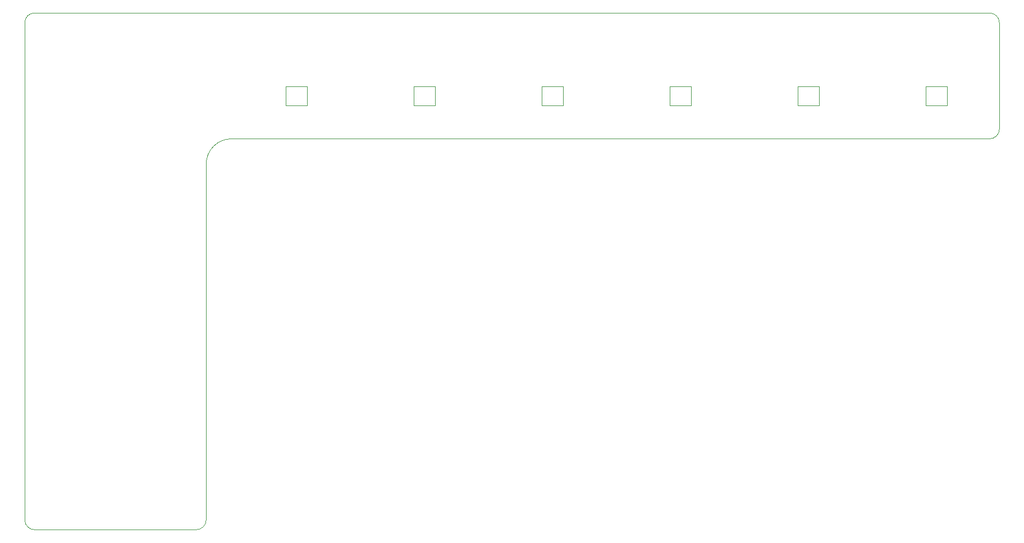
<source format=gm1>
G04 #@! TF.GenerationSoftware,KiCad,Pcbnew,7.0.8*
G04 #@! TF.CreationDate,2023-10-17T10:22:14-07:00*
G04 #@! TF.ProjectId,Seismos_CoreR,53656973-6d6f-4735-9f43-6f7265522e6b,rev?*
G04 #@! TF.SameCoordinates,Original*
G04 #@! TF.FileFunction,Profile,NP*
%FSLAX46Y46*%
G04 Gerber Fmt 4.6, Leading zero omitted, Abs format (unit mm)*
G04 Created by KiCad (PCBNEW 7.0.8) date 2023-10-17 10:22:14*
%MOMM*%
%LPD*%
G01*
G04 APERTURE LIST*
G04 #@! TA.AperFunction,Profile*
%ADD10C,0.100000*%
G04 #@! TD*
G04 #@! TA.AperFunction,Profile*
%ADD11C,0.120000*%
G04 #@! TD*
G04 APERTURE END LIST*
D10*
X57366000Y-96500000D02*
X57366000Y-42810000D01*
X55866000Y-98000000D02*
X31500000Y-98000000D01*
X30000000Y-96500000D02*
X30000000Y-21500000D01*
X31500000Y-20000000D02*
G75*
G03*
X30000000Y-21500000I0J-1500000D01*
G01*
X55866000Y-98000000D02*
G75*
G03*
X57366000Y-96500000I0J1500000D01*
G01*
X175500000Y-39000000D02*
X61176000Y-39000000D01*
X175500000Y-39000000D02*
G75*
G03*
X177000000Y-37500000I0J1500000D01*
G01*
X177000000Y-21500000D02*
G75*
G03*
X175500000Y-20000000I-1500000J0D01*
G01*
X30000000Y-96500000D02*
G75*
G03*
X31500000Y-98000000I1500000J0D01*
G01*
X61176000Y-39000000D02*
G75*
G03*
X57366000Y-42810000I0J-3810000D01*
G01*
X31500000Y-20000000D02*
X175500000Y-20000000D01*
X177000000Y-21500000D02*
X177000000Y-37500000D01*
D11*
X69374400Y-33922400D02*
X72574800Y-33922400D01*
X72574800Y-33922400D02*
X72574800Y-31077600D01*
X72574800Y-31077600D02*
X69374400Y-31077600D01*
X69374400Y-31077600D02*
X69374400Y-33922400D01*
X165874400Y-33922400D02*
X169074800Y-33922400D01*
X169074800Y-33922400D02*
X169074800Y-31077600D01*
X169074800Y-31077600D02*
X165874400Y-31077600D01*
X165874400Y-31077600D02*
X165874400Y-33922400D01*
X127274400Y-33922400D02*
X130474800Y-33922400D01*
X130474800Y-33922400D02*
X130474800Y-31077600D01*
X130474800Y-31077600D02*
X127274400Y-31077600D01*
X127274400Y-31077600D02*
X127274400Y-33922400D01*
X107974400Y-33922400D02*
X111174800Y-33922400D01*
X111174800Y-33922400D02*
X111174800Y-31077600D01*
X111174800Y-31077600D02*
X107974400Y-31077600D01*
X107974400Y-31077600D02*
X107974400Y-33922400D01*
X146574400Y-33922400D02*
X149774800Y-33922400D01*
X149774800Y-33922400D02*
X149774800Y-31077600D01*
X149774800Y-31077600D02*
X146574400Y-31077600D01*
X146574400Y-31077600D02*
X146574400Y-33922400D01*
X88674400Y-33922400D02*
X91874800Y-33922400D01*
X91874800Y-33922400D02*
X91874800Y-31077600D01*
X91874800Y-31077600D02*
X88674400Y-31077600D01*
X88674400Y-31077600D02*
X88674400Y-33922400D01*
M02*

</source>
